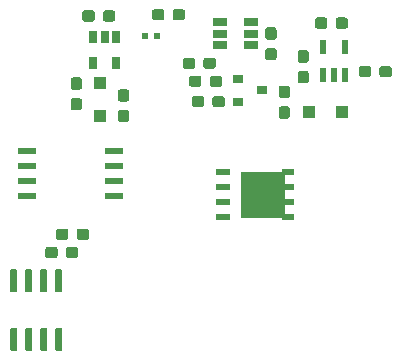
<source format=gbr>
G04 #@! TF.GenerationSoftware,KiCad,Pcbnew,(5.1.5)-3*
G04 #@! TF.CreationDate,2020-04-24T14:35:50-04:00*
G04 #@! TF.ProjectId,CR2025_Nordic,43523230-3235-45f4-9e6f-726469632e6b,rev?*
G04 #@! TF.SameCoordinates,Original*
G04 #@! TF.FileFunction,Paste,Top*
G04 #@! TF.FilePolarity,Positive*
%FSLAX46Y46*%
G04 Gerber Fmt 4.6, Leading zero omitted, Abs format (unit mm)*
G04 Created by KiCad (PCBNEW (5.1.5)-3) date 2020-04-24 14:35:50*
%MOMM*%
%LPD*%
G04 APERTURE LIST*
%ADD10R,0.599999X0.499999*%
%ADD11C,0.100000*%
%ADD12R,3.810000X3.910000*%
%ADD13R,1.020000X0.610000*%
%ADD14R,1.270000X0.610000*%
%ADD15R,1.524000X0.558800*%
%ADD16R,1.100000X1.100000*%
%ADD17R,0.650000X1.060000*%
%ADD18R,0.550000X1.240000*%
%ADD19R,1.220000X0.650000*%
%ADD20R,0.900000X0.800000*%
G04 APERTURE END LIST*
D10*
X141990699Y-76555600D03*
X140990701Y-76555600D03*
D11*
G36*
X145041279Y-78418544D02*
G01*
X145064334Y-78421963D01*
X145086943Y-78427627D01*
X145108887Y-78435479D01*
X145129957Y-78445444D01*
X145149948Y-78457426D01*
X145168668Y-78471310D01*
X145185938Y-78486962D01*
X145201590Y-78504232D01*
X145215474Y-78522952D01*
X145227456Y-78542943D01*
X145237421Y-78564013D01*
X145245273Y-78585957D01*
X145250937Y-78608566D01*
X145254356Y-78631621D01*
X145255500Y-78654900D01*
X145255500Y-79129900D01*
X145254356Y-79153179D01*
X145250937Y-79176234D01*
X145245273Y-79198843D01*
X145237421Y-79220787D01*
X145227456Y-79241857D01*
X145215474Y-79261848D01*
X145201590Y-79280568D01*
X145185938Y-79297838D01*
X145168668Y-79313490D01*
X145149948Y-79327374D01*
X145129957Y-79339356D01*
X145108887Y-79349321D01*
X145086943Y-79357173D01*
X145064334Y-79362837D01*
X145041279Y-79366256D01*
X145018000Y-79367400D01*
X144443000Y-79367400D01*
X144419721Y-79366256D01*
X144396666Y-79362837D01*
X144374057Y-79357173D01*
X144352113Y-79349321D01*
X144331043Y-79339356D01*
X144311052Y-79327374D01*
X144292332Y-79313490D01*
X144275062Y-79297838D01*
X144259410Y-79280568D01*
X144245526Y-79261848D01*
X144233544Y-79241857D01*
X144223579Y-79220787D01*
X144215727Y-79198843D01*
X144210063Y-79176234D01*
X144206644Y-79153179D01*
X144205500Y-79129900D01*
X144205500Y-78654900D01*
X144206644Y-78631621D01*
X144210063Y-78608566D01*
X144215727Y-78585957D01*
X144223579Y-78564013D01*
X144233544Y-78542943D01*
X144245526Y-78522952D01*
X144259410Y-78504232D01*
X144275062Y-78486962D01*
X144292332Y-78471310D01*
X144311052Y-78457426D01*
X144331043Y-78445444D01*
X144352113Y-78435479D01*
X144374057Y-78427627D01*
X144396666Y-78421963D01*
X144419721Y-78418544D01*
X144443000Y-78417400D01*
X145018000Y-78417400D01*
X145041279Y-78418544D01*
G37*
G36*
X146791279Y-78418544D02*
G01*
X146814334Y-78421963D01*
X146836943Y-78427627D01*
X146858887Y-78435479D01*
X146879957Y-78445444D01*
X146899948Y-78457426D01*
X146918668Y-78471310D01*
X146935938Y-78486962D01*
X146951590Y-78504232D01*
X146965474Y-78522952D01*
X146977456Y-78542943D01*
X146987421Y-78564013D01*
X146995273Y-78585957D01*
X147000937Y-78608566D01*
X147004356Y-78631621D01*
X147005500Y-78654900D01*
X147005500Y-79129900D01*
X147004356Y-79153179D01*
X147000937Y-79176234D01*
X146995273Y-79198843D01*
X146987421Y-79220787D01*
X146977456Y-79241857D01*
X146965474Y-79261848D01*
X146951590Y-79280568D01*
X146935938Y-79297838D01*
X146918668Y-79313490D01*
X146899948Y-79327374D01*
X146879957Y-79339356D01*
X146858887Y-79349321D01*
X146836943Y-79357173D01*
X146814334Y-79362837D01*
X146791279Y-79366256D01*
X146768000Y-79367400D01*
X146193000Y-79367400D01*
X146169721Y-79366256D01*
X146146666Y-79362837D01*
X146124057Y-79357173D01*
X146102113Y-79349321D01*
X146081043Y-79339356D01*
X146061052Y-79327374D01*
X146042332Y-79313490D01*
X146025062Y-79297838D01*
X146009410Y-79280568D01*
X145995526Y-79261848D01*
X145983544Y-79241857D01*
X145973579Y-79220787D01*
X145965727Y-79198843D01*
X145960063Y-79176234D01*
X145956644Y-79153179D01*
X145955500Y-79129900D01*
X145955500Y-78654900D01*
X145956644Y-78631621D01*
X145960063Y-78608566D01*
X145965727Y-78585957D01*
X145973579Y-78564013D01*
X145983544Y-78542943D01*
X145995526Y-78522952D01*
X146009410Y-78504232D01*
X146025062Y-78486962D01*
X146042332Y-78471310D01*
X146061052Y-78457426D01*
X146081043Y-78445444D01*
X146102113Y-78435479D01*
X146124057Y-78427627D01*
X146146666Y-78421963D01*
X146169721Y-78418544D01*
X146193000Y-78417400D01*
X146768000Y-78417400D01*
X146791279Y-78418544D01*
G37*
D12*
X150994500Y-90030300D03*
D13*
X153099500Y-88125300D03*
X153099500Y-89395300D03*
X153099500Y-90665300D03*
X153099500Y-91935300D03*
D14*
X147634500Y-91935300D03*
X147634500Y-90665300D03*
X147634500Y-89395300D03*
X147634500Y-88125300D03*
D15*
X138344900Y-86295000D03*
X138344900Y-87565000D03*
X138344900Y-88835000D03*
X138344900Y-90105000D03*
X131055100Y-90105000D03*
X131055100Y-88835000D03*
X131055100Y-87565000D03*
X131055100Y-86295000D03*
D16*
X157724300Y-83045300D03*
X154924300Y-83045300D03*
D11*
G36*
X151936879Y-75855244D02*
G01*
X151959934Y-75858663D01*
X151982543Y-75864327D01*
X152004487Y-75872179D01*
X152025557Y-75882144D01*
X152045548Y-75894126D01*
X152064268Y-75908010D01*
X152081538Y-75923662D01*
X152097190Y-75940932D01*
X152111074Y-75959652D01*
X152123056Y-75979643D01*
X152133021Y-76000713D01*
X152140873Y-76022657D01*
X152146537Y-76045266D01*
X152149956Y-76068321D01*
X152151100Y-76091600D01*
X152151100Y-76666600D01*
X152149956Y-76689879D01*
X152146537Y-76712934D01*
X152140873Y-76735543D01*
X152133021Y-76757487D01*
X152123056Y-76778557D01*
X152111074Y-76798548D01*
X152097190Y-76817268D01*
X152081538Y-76834538D01*
X152064268Y-76850190D01*
X152045548Y-76864074D01*
X152025557Y-76876056D01*
X152004487Y-76886021D01*
X151982543Y-76893873D01*
X151959934Y-76899537D01*
X151936879Y-76902956D01*
X151913600Y-76904100D01*
X151438600Y-76904100D01*
X151415321Y-76902956D01*
X151392266Y-76899537D01*
X151369657Y-76893873D01*
X151347713Y-76886021D01*
X151326643Y-76876056D01*
X151306652Y-76864074D01*
X151287932Y-76850190D01*
X151270662Y-76834538D01*
X151255010Y-76817268D01*
X151241126Y-76798548D01*
X151229144Y-76778557D01*
X151219179Y-76757487D01*
X151211327Y-76735543D01*
X151205663Y-76712934D01*
X151202244Y-76689879D01*
X151201100Y-76666600D01*
X151201100Y-76091600D01*
X151202244Y-76068321D01*
X151205663Y-76045266D01*
X151211327Y-76022657D01*
X151219179Y-76000713D01*
X151229144Y-75979643D01*
X151241126Y-75959652D01*
X151255010Y-75940932D01*
X151270662Y-75923662D01*
X151287932Y-75908010D01*
X151306652Y-75894126D01*
X151326643Y-75882144D01*
X151347713Y-75872179D01*
X151369657Y-75864327D01*
X151392266Y-75858663D01*
X151415321Y-75855244D01*
X151438600Y-75854100D01*
X151913600Y-75854100D01*
X151936879Y-75855244D01*
G37*
G36*
X151936879Y-77605244D02*
G01*
X151959934Y-77608663D01*
X151982543Y-77614327D01*
X152004487Y-77622179D01*
X152025557Y-77632144D01*
X152045548Y-77644126D01*
X152064268Y-77658010D01*
X152081538Y-77673662D01*
X152097190Y-77690932D01*
X152111074Y-77709652D01*
X152123056Y-77729643D01*
X152133021Y-77750713D01*
X152140873Y-77772657D01*
X152146537Y-77795266D01*
X152149956Y-77818321D01*
X152151100Y-77841600D01*
X152151100Y-78416600D01*
X152149956Y-78439879D01*
X152146537Y-78462934D01*
X152140873Y-78485543D01*
X152133021Y-78507487D01*
X152123056Y-78528557D01*
X152111074Y-78548548D01*
X152097190Y-78567268D01*
X152081538Y-78584538D01*
X152064268Y-78600190D01*
X152045548Y-78614074D01*
X152025557Y-78626056D01*
X152004487Y-78636021D01*
X151982543Y-78643873D01*
X151959934Y-78649537D01*
X151936879Y-78652956D01*
X151913600Y-78654100D01*
X151438600Y-78654100D01*
X151415321Y-78652956D01*
X151392266Y-78649537D01*
X151369657Y-78643873D01*
X151347713Y-78636021D01*
X151326643Y-78626056D01*
X151306652Y-78614074D01*
X151287932Y-78600190D01*
X151270662Y-78584538D01*
X151255010Y-78567268D01*
X151241126Y-78548548D01*
X151229144Y-78528557D01*
X151219179Y-78507487D01*
X151211327Y-78485543D01*
X151205663Y-78462934D01*
X151202244Y-78439879D01*
X151201100Y-78416600D01*
X151201100Y-77841600D01*
X151202244Y-77818321D01*
X151205663Y-77795266D01*
X151211327Y-77772657D01*
X151219179Y-77750713D01*
X151229144Y-77729643D01*
X151241126Y-77709652D01*
X151255010Y-77690932D01*
X151270662Y-77673662D01*
X151287932Y-77658010D01*
X151306652Y-77644126D01*
X151326643Y-77632144D01*
X151347713Y-77622179D01*
X151369657Y-77614327D01*
X151392266Y-77608663D01*
X151415321Y-77605244D01*
X151438600Y-77604100D01*
X151913600Y-77604100D01*
X151936879Y-77605244D01*
G37*
G36*
X157985779Y-75026144D02*
G01*
X158008834Y-75029563D01*
X158031443Y-75035227D01*
X158053387Y-75043079D01*
X158074457Y-75053044D01*
X158094448Y-75065026D01*
X158113168Y-75078910D01*
X158130438Y-75094562D01*
X158146090Y-75111832D01*
X158159974Y-75130552D01*
X158171956Y-75150543D01*
X158181921Y-75171613D01*
X158189773Y-75193557D01*
X158195437Y-75216166D01*
X158198856Y-75239221D01*
X158200000Y-75262500D01*
X158200000Y-75737500D01*
X158198856Y-75760779D01*
X158195437Y-75783834D01*
X158189773Y-75806443D01*
X158181921Y-75828387D01*
X158171956Y-75849457D01*
X158159974Y-75869448D01*
X158146090Y-75888168D01*
X158130438Y-75905438D01*
X158113168Y-75921090D01*
X158094448Y-75934974D01*
X158074457Y-75946956D01*
X158053387Y-75956921D01*
X158031443Y-75964773D01*
X158008834Y-75970437D01*
X157985779Y-75973856D01*
X157962500Y-75975000D01*
X157387500Y-75975000D01*
X157364221Y-75973856D01*
X157341166Y-75970437D01*
X157318557Y-75964773D01*
X157296613Y-75956921D01*
X157275543Y-75946956D01*
X157255552Y-75934974D01*
X157236832Y-75921090D01*
X157219562Y-75905438D01*
X157203910Y-75888168D01*
X157190026Y-75869448D01*
X157178044Y-75849457D01*
X157168079Y-75828387D01*
X157160227Y-75806443D01*
X157154563Y-75783834D01*
X157151144Y-75760779D01*
X157150000Y-75737500D01*
X157150000Y-75262500D01*
X157151144Y-75239221D01*
X157154563Y-75216166D01*
X157160227Y-75193557D01*
X157168079Y-75171613D01*
X157178044Y-75150543D01*
X157190026Y-75130552D01*
X157203910Y-75111832D01*
X157219562Y-75094562D01*
X157236832Y-75078910D01*
X157255552Y-75065026D01*
X157275543Y-75053044D01*
X157296613Y-75043079D01*
X157318557Y-75035227D01*
X157341166Y-75029563D01*
X157364221Y-75026144D01*
X157387500Y-75025000D01*
X157962500Y-75025000D01*
X157985779Y-75026144D01*
G37*
G36*
X156235779Y-75026144D02*
G01*
X156258834Y-75029563D01*
X156281443Y-75035227D01*
X156303387Y-75043079D01*
X156324457Y-75053044D01*
X156344448Y-75065026D01*
X156363168Y-75078910D01*
X156380438Y-75094562D01*
X156396090Y-75111832D01*
X156409974Y-75130552D01*
X156421956Y-75150543D01*
X156431921Y-75171613D01*
X156439773Y-75193557D01*
X156445437Y-75216166D01*
X156448856Y-75239221D01*
X156450000Y-75262500D01*
X156450000Y-75737500D01*
X156448856Y-75760779D01*
X156445437Y-75783834D01*
X156439773Y-75806443D01*
X156431921Y-75828387D01*
X156421956Y-75849457D01*
X156409974Y-75869448D01*
X156396090Y-75888168D01*
X156380438Y-75905438D01*
X156363168Y-75921090D01*
X156344448Y-75934974D01*
X156324457Y-75946956D01*
X156303387Y-75956921D01*
X156281443Y-75964773D01*
X156258834Y-75970437D01*
X156235779Y-75973856D01*
X156212500Y-75975000D01*
X155637500Y-75975000D01*
X155614221Y-75973856D01*
X155591166Y-75970437D01*
X155568557Y-75964773D01*
X155546613Y-75956921D01*
X155525543Y-75946956D01*
X155505552Y-75934974D01*
X155486832Y-75921090D01*
X155469562Y-75905438D01*
X155453910Y-75888168D01*
X155440026Y-75869448D01*
X155428044Y-75849457D01*
X155418079Y-75828387D01*
X155410227Y-75806443D01*
X155404563Y-75783834D01*
X155401144Y-75760779D01*
X155400000Y-75737500D01*
X155400000Y-75262500D01*
X155401144Y-75239221D01*
X155404563Y-75216166D01*
X155410227Y-75193557D01*
X155418079Y-75171613D01*
X155428044Y-75150543D01*
X155440026Y-75130552D01*
X155453910Y-75111832D01*
X155469562Y-75094562D01*
X155486832Y-75078910D01*
X155505552Y-75065026D01*
X155525543Y-75053044D01*
X155546613Y-75043079D01*
X155568557Y-75035227D01*
X155591166Y-75029563D01*
X155614221Y-75026144D01*
X155637500Y-75025000D01*
X156212500Y-75025000D01*
X156235779Y-75026144D01*
G37*
G36*
X133395379Y-94445944D02*
G01*
X133418434Y-94449363D01*
X133441043Y-94455027D01*
X133462987Y-94462879D01*
X133484057Y-94472844D01*
X133504048Y-94484826D01*
X133522768Y-94498710D01*
X133540038Y-94514362D01*
X133555690Y-94531632D01*
X133569574Y-94550352D01*
X133581556Y-94570343D01*
X133591521Y-94591413D01*
X133599373Y-94613357D01*
X133605037Y-94635966D01*
X133608456Y-94659021D01*
X133609600Y-94682300D01*
X133609600Y-95157300D01*
X133608456Y-95180579D01*
X133605037Y-95203634D01*
X133599373Y-95226243D01*
X133591521Y-95248187D01*
X133581556Y-95269257D01*
X133569574Y-95289248D01*
X133555690Y-95307968D01*
X133540038Y-95325238D01*
X133522768Y-95340890D01*
X133504048Y-95354774D01*
X133484057Y-95366756D01*
X133462987Y-95376721D01*
X133441043Y-95384573D01*
X133418434Y-95390237D01*
X133395379Y-95393656D01*
X133372100Y-95394800D01*
X132797100Y-95394800D01*
X132773821Y-95393656D01*
X132750766Y-95390237D01*
X132728157Y-95384573D01*
X132706213Y-95376721D01*
X132685143Y-95366756D01*
X132665152Y-95354774D01*
X132646432Y-95340890D01*
X132629162Y-95325238D01*
X132613510Y-95307968D01*
X132599626Y-95289248D01*
X132587644Y-95269257D01*
X132577679Y-95248187D01*
X132569827Y-95226243D01*
X132564163Y-95203634D01*
X132560744Y-95180579D01*
X132559600Y-95157300D01*
X132559600Y-94682300D01*
X132560744Y-94659021D01*
X132564163Y-94635966D01*
X132569827Y-94613357D01*
X132577679Y-94591413D01*
X132587644Y-94570343D01*
X132599626Y-94550352D01*
X132613510Y-94531632D01*
X132629162Y-94514362D01*
X132646432Y-94498710D01*
X132665152Y-94484826D01*
X132685143Y-94472844D01*
X132706213Y-94462879D01*
X132728157Y-94455027D01*
X132750766Y-94449363D01*
X132773821Y-94445944D01*
X132797100Y-94444800D01*
X133372100Y-94444800D01*
X133395379Y-94445944D01*
G37*
G36*
X135145379Y-94445944D02*
G01*
X135168434Y-94449363D01*
X135191043Y-94455027D01*
X135212987Y-94462879D01*
X135234057Y-94472844D01*
X135254048Y-94484826D01*
X135272768Y-94498710D01*
X135290038Y-94514362D01*
X135305690Y-94531632D01*
X135319574Y-94550352D01*
X135331556Y-94570343D01*
X135341521Y-94591413D01*
X135349373Y-94613357D01*
X135355037Y-94635966D01*
X135358456Y-94659021D01*
X135359600Y-94682300D01*
X135359600Y-95157300D01*
X135358456Y-95180579D01*
X135355037Y-95203634D01*
X135349373Y-95226243D01*
X135341521Y-95248187D01*
X135331556Y-95269257D01*
X135319574Y-95289248D01*
X135305690Y-95307968D01*
X135290038Y-95325238D01*
X135272768Y-95340890D01*
X135254048Y-95354774D01*
X135234057Y-95366756D01*
X135212987Y-95376721D01*
X135191043Y-95384573D01*
X135168434Y-95390237D01*
X135145379Y-95393656D01*
X135122100Y-95394800D01*
X134547100Y-95394800D01*
X134523821Y-95393656D01*
X134500766Y-95390237D01*
X134478157Y-95384573D01*
X134456213Y-95376721D01*
X134435143Y-95366756D01*
X134415152Y-95354774D01*
X134396432Y-95340890D01*
X134379162Y-95325238D01*
X134363510Y-95307968D01*
X134349626Y-95289248D01*
X134337644Y-95269257D01*
X134327679Y-95248187D01*
X134319827Y-95226243D01*
X134314163Y-95203634D01*
X134310744Y-95180579D01*
X134309600Y-95157300D01*
X134309600Y-94682300D01*
X134310744Y-94659021D01*
X134314163Y-94635966D01*
X134319827Y-94613357D01*
X134327679Y-94591413D01*
X134337644Y-94570343D01*
X134349626Y-94550352D01*
X134363510Y-94531632D01*
X134379162Y-94514362D01*
X134396432Y-94498710D01*
X134415152Y-94484826D01*
X134435143Y-94472844D01*
X134456213Y-94462879D01*
X134478157Y-94455027D01*
X134500766Y-94449363D01*
X134523821Y-94445944D01*
X134547100Y-94444800D01*
X135122100Y-94444800D01*
X135145379Y-94445944D01*
G37*
G36*
X134309779Y-92896544D02*
G01*
X134332834Y-92899963D01*
X134355443Y-92905627D01*
X134377387Y-92913479D01*
X134398457Y-92923444D01*
X134418448Y-92935426D01*
X134437168Y-92949310D01*
X134454438Y-92964962D01*
X134470090Y-92982232D01*
X134483974Y-93000952D01*
X134495956Y-93020943D01*
X134505921Y-93042013D01*
X134513773Y-93063957D01*
X134519437Y-93086566D01*
X134522856Y-93109621D01*
X134524000Y-93132900D01*
X134524000Y-93607900D01*
X134522856Y-93631179D01*
X134519437Y-93654234D01*
X134513773Y-93676843D01*
X134505921Y-93698787D01*
X134495956Y-93719857D01*
X134483974Y-93739848D01*
X134470090Y-93758568D01*
X134454438Y-93775838D01*
X134437168Y-93791490D01*
X134418448Y-93805374D01*
X134398457Y-93817356D01*
X134377387Y-93827321D01*
X134355443Y-93835173D01*
X134332834Y-93840837D01*
X134309779Y-93844256D01*
X134286500Y-93845400D01*
X133711500Y-93845400D01*
X133688221Y-93844256D01*
X133665166Y-93840837D01*
X133642557Y-93835173D01*
X133620613Y-93827321D01*
X133599543Y-93817356D01*
X133579552Y-93805374D01*
X133560832Y-93791490D01*
X133543562Y-93775838D01*
X133527910Y-93758568D01*
X133514026Y-93739848D01*
X133502044Y-93719857D01*
X133492079Y-93698787D01*
X133484227Y-93676843D01*
X133478563Y-93654234D01*
X133475144Y-93631179D01*
X133474000Y-93607900D01*
X133474000Y-93132900D01*
X133475144Y-93109621D01*
X133478563Y-93086566D01*
X133484227Y-93063957D01*
X133492079Y-93042013D01*
X133502044Y-93020943D01*
X133514026Y-93000952D01*
X133527910Y-92982232D01*
X133543562Y-92964962D01*
X133560832Y-92949310D01*
X133579552Y-92935426D01*
X133599543Y-92923444D01*
X133620613Y-92913479D01*
X133642557Y-92905627D01*
X133665166Y-92899963D01*
X133688221Y-92896544D01*
X133711500Y-92895400D01*
X134286500Y-92895400D01*
X134309779Y-92896544D01*
G37*
G36*
X136059779Y-92896544D02*
G01*
X136082834Y-92899963D01*
X136105443Y-92905627D01*
X136127387Y-92913479D01*
X136148457Y-92923444D01*
X136168448Y-92935426D01*
X136187168Y-92949310D01*
X136204438Y-92964962D01*
X136220090Y-92982232D01*
X136233974Y-93000952D01*
X136245956Y-93020943D01*
X136255921Y-93042013D01*
X136263773Y-93063957D01*
X136269437Y-93086566D01*
X136272856Y-93109621D01*
X136274000Y-93132900D01*
X136274000Y-93607900D01*
X136272856Y-93631179D01*
X136269437Y-93654234D01*
X136263773Y-93676843D01*
X136255921Y-93698787D01*
X136245956Y-93719857D01*
X136233974Y-93739848D01*
X136220090Y-93758568D01*
X136204438Y-93775838D01*
X136187168Y-93791490D01*
X136168448Y-93805374D01*
X136148457Y-93817356D01*
X136127387Y-93827321D01*
X136105443Y-93835173D01*
X136082834Y-93840837D01*
X136059779Y-93844256D01*
X136036500Y-93845400D01*
X135461500Y-93845400D01*
X135438221Y-93844256D01*
X135415166Y-93840837D01*
X135392557Y-93835173D01*
X135370613Y-93827321D01*
X135349543Y-93817356D01*
X135329552Y-93805374D01*
X135310832Y-93791490D01*
X135293562Y-93775838D01*
X135277910Y-93758568D01*
X135264026Y-93739848D01*
X135252044Y-93719857D01*
X135242079Y-93698787D01*
X135234227Y-93676843D01*
X135228563Y-93654234D01*
X135225144Y-93631179D01*
X135224000Y-93607900D01*
X135224000Y-93132900D01*
X135225144Y-93109621D01*
X135228563Y-93086566D01*
X135234227Y-93063957D01*
X135242079Y-93042013D01*
X135252044Y-93020943D01*
X135264026Y-93000952D01*
X135277910Y-92982232D01*
X135293562Y-92964962D01*
X135310832Y-92949310D01*
X135329552Y-92935426D01*
X135349543Y-92923444D01*
X135370613Y-92913479D01*
X135392557Y-92905627D01*
X135415166Y-92899963D01*
X135438221Y-92896544D01*
X135461500Y-92895400D01*
X136036500Y-92895400D01*
X136059779Y-92896544D01*
G37*
G36*
X130059703Y-96350722D02*
G01*
X130074264Y-96352882D01*
X130088543Y-96356459D01*
X130102403Y-96361418D01*
X130115710Y-96367712D01*
X130128336Y-96375280D01*
X130140159Y-96384048D01*
X130151066Y-96393934D01*
X130160952Y-96404841D01*
X130169720Y-96416664D01*
X130177288Y-96429290D01*
X130183582Y-96442597D01*
X130188541Y-96456457D01*
X130192118Y-96470736D01*
X130194278Y-96485297D01*
X130195000Y-96500000D01*
X130195000Y-98150000D01*
X130194278Y-98164703D01*
X130192118Y-98179264D01*
X130188541Y-98193543D01*
X130183582Y-98207403D01*
X130177288Y-98220710D01*
X130169720Y-98233336D01*
X130160952Y-98245159D01*
X130151066Y-98256066D01*
X130140159Y-98265952D01*
X130128336Y-98274720D01*
X130115710Y-98282288D01*
X130102403Y-98288582D01*
X130088543Y-98293541D01*
X130074264Y-98297118D01*
X130059703Y-98299278D01*
X130045000Y-98300000D01*
X129745000Y-98300000D01*
X129730297Y-98299278D01*
X129715736Y-98297118D01*
X129701457Y-98293541D01*
X129687597Y-98288582D01*
X129674290Y-98282288D01*
X129661664Y-98274720D01*
X129649841Y-98265952D01*
X129638934Y-98256066D01*
X129629048Y-98245159D01*
X129620280Y-98233336D01*
X129612712Y-98220710D01*
X129606418Y-98207403D01*
X129601459Y-98193543D01*
X129597882Y-98179264D01*
X129595722Y-98164703D01*
X129595000Y-98150000D01*
X129595000Y-96500000D01*
X129595722Y-96485297D01*
X129597882Y-96470736D01*
X129601459Y-96456457D01*
X129606418Y-96442597D01*
X129612712Y-96429290D01*
X129620280Y-96416664D01*
X129629048Y-96404841D01*
X129638934Y-96393934D01*
X129649841Y-96384048D01*
X129661664Y-96375280D01*
X129674290Y-96367712D01*
X129687597Y-96361418D01*
X129701457Y-96356459D01*
X129715736Y-96352882D01*
X129730297Y-96350722D01*
X129745000Y-96350000D01*
X130045000Y-96350000D01*
X130059703Y-96350722D01*
G37*
G36*
X131329703Y-96350722D02*
G01*
X131344264Y-96352882D01*
X131358543Y-96356459D01*
X131372403Y-96361418D01*
X131385710Y-96367712D01*
X131398336Y-96375280D01*
X131410159Y-96384048D01*
X131421066Y-96393934D01*
X131430952Y-96404841D01*
X131439720Y-96416664D01*
X131447288Y-96429290D01*
X131453582Y-96442597D01*
X131458541Y-96456457D01*
X131462118Y-96470736D01*
X131464278Y-96485297D01*
X131465000Y-96500000D01*
X131465000Y-98150000D01*
X131464278Y-98164703D01*
X131462118Y-98179264D01*
X131458541Y-98193543D01*
X131453582Y-98207403D01*
X131447288Y-98220710D01*
X131439720Y-98233336D01*
X131430952Y-98245159D01*
X131421066Y-98256066D01*
X131410159Y-98265952D01*
X131398336Y-98274720D01*
X131385710Y-98282288D01*
X131372403Y-98288582D01*
X131358543Y-98293541D01*
X131344264Y-98297118D01*
X131329703Y-98299278D01*
X131315000Y-98300000D01*
X131015000Y-98300000D01*
X131000297Y-98299278D01*
X130985736Y-98297118D01*
X130971457Y-98293541D01*
X130957597Y-98288582D01*
X130944290Y-98282288D01*
X130931664Y-98274720D01*
X130919841Y-98265952D01*
X130908934Y-98256066D01*
X130899048Y-98245159D01*
X130890280Y-98233336D01*
X130882712Y-98220710D01*
X130876418Y-98207403D01*
X130871459Y-98193543D01*
X130867882Y-98179264D01*
X130865722Y-98164703D01*
X130865000Y-98150000D01*
X130865000Y-96500000D01*
X130865722Y-96485297D01*
X130867882Y-96470736D01*
X130871459Y-96456457D01*
X130876418Y-96442597D01*
X130882712Y-96429290D01*
X130890280Y-96416664D01*
X130899048Y-96404841D01*
X130908934Y-96393934D01*
X130919841Y-96384048D01*
X130931664Y-96375280D01*
X130944290Y-96367712D01*
X130957597Y-96361418D01*
X130971457Y-96356459D01*
X130985736Y-96352882D01*
X131000297Y-96350722D01*
X131015000Y-96350000D01*
X131315000Y-96350000D01*
X131329703Y-96350722D01*
G37*
G36*
X132599703Y-96350722D02*
G01*
X132614264Y-96352882D01*
X132628543Y-96356459D01*
X132642403Y-96361418D01*
X132655710Y-96367712D01*
X132668336Y-96375280D01*
X132680159Y-96384048D01*
X132691066Y-96393934D01*
X132700952Y-96404841D01*
X132709720Y-96416664D01*
X132717288Y-96429290D01*
X132723582Y-96442597D01*
X132728541Y-96456457D01*
X132732118Y-96470736D01*
X132734278Y-96485297D01*
X132735000Y-96500000D01*
X132735000Y-98150000D01*
X132734278Y-98164703D01*
X132732118Y-98179264D01*
X132728541Y-98193543D01*
X132723582Y-98207403D01*
X132717288Y-98220710D01*
X132709720Y-98233336D01*
X132700952Y-98245159D01*
X132691066Y-98256066D01*
X132680159Y-98265952D01*
X132668336Y-98274720D01*
X132655710Y-98282288D01*
X132642403Y-98288582D01*
X132628543Y-98293541D01*
X132614264Y-98297118D01*
X132599703Y-98299278D01*
X132585000Y-98300000D01*
X132285000Y-98300000D01*
X132270297Y-98299278D01*
X132255736Y-98297118D01*
X132241457Y-98293541D01*
X132227597Y-98288582D01*
X132214290Y-98282288D01*
X132201664Y-98274720D01*
X132189841Y-98265952D01*
X132178934Y-98256066D01*
X132169048Y-98245159D01*
X132160280Y-98233336D01*
X132152712Y-98220710D01*
X132146418Y-98207403D01*
X132141459Y-98193543D01*
X132137882Y-98179264D01*
X132135722Y-98164703D01*
X132135000Y-98150000D01*
X132135000Y-96500000D01*
X132135722Y-96485297D01*
X132137882Y-96470736D01*
X132141459Y-96456457D01*
X132146418Y-96442597D01*
X132152712Y-96429290D01*
X132160280Y-96416664D01*
X132169048Y-96404841D01*
X132178934Y-96393934D01*
X132189841Y-96384048D01*
X132201664Y-96375280D01*
X132214290Y-96367712D01*
X132227597Y-96361418D01*
X132241457Y-96356459D01*
X132255736Y-96352882D01*
X132270297Y-96350722D01*
X132285000Y-96350000D01*
X132585000Y-96350000D01*
X132599703Y-96350722D01*
G37*
G36*
X133869703Y-96350722D02*
G01*
X133884264Y-96352882D01*
X133898543Y-96356459D01*
X133912403Y-96361418D01*
X133925710Y-96367712D01*
X133938336Y-96375280D01*
X133950159Y-96384048D01*
X133961066Y-96393934D01*
X133970952Y-96404841D01*
X133979720Y-96416664D01*
X133987288Y-96429290D01*
X133993582Y-96442597D01*
X133998541Y-96456457D01*
X134002118Y-96470736D01*
X134004278Y-96485297D01*
X134005000Y-96500000D01*
X134005000Y-98150000D01*
X134004278Y-98164703D01*
X134002118Y-98179264D01*
X133998541Y-98193543D01*
X133993582Y-98207403D01*
X133987288Y-98220710D01*
X133979720Y-98233336D01*
X133970952Y-98245159D01*
X133961066Y-98256066D01*
X133950159Y-98265952D01*
X133938336Y-98274720D01*
X133925710Y-98282288D01*
X133912403Y-98288582D01*
X133898543Y-98293541D01*
X133884264Y-98297118D01*
X133869703Y-98299278D01*
X133855000Y-98300000D01*
X133555000Y-98300000D01*
X133540297Y-98299278D01*
X133525736Y-98297118D01*
X133511457Y-98293541D01*
X133497597Y-98288582D01*
X133484290Y-98282288D01*
X133471664Y-98274720D01*
X133459841Y-98265952D01*
X133448934Y-98256066D01*
X133439048Y-98245159D01*
X133430280Y-98233336D01*
X133422712Y-98220710D01*
X133416418Y-98207403D01*
X133411459Y-98193543D01*
X133407882Y-98179264D01*
X133405722Y-98164703D01*
X133405000Y-98150000D01*
X133405000Y-96500000D01*
X133405722Y-96485297D01*
X133407882Y-96470736D01*
X133411459Y-96456457D01*
X133416418Y-96442597D01*
X133422712Y-96429290D01*
X133430280Y-96416664D01*
X133439048Y-96404841D01*
X133448934Y-96393934D01*
X133459841Y-96384048D01*
X133471664Y-96375280D01*
X133484290Y-96367712D01*
X133497597Y-96361418D01*
X133511457Y-96356459D01*
X133525736Y-96352882D01*
X133540297Y-96350722D01*
X133555000Y-96350000D01*
X133855000Y-96350000D01*
X133869703Y-96350722D01*
G37*
G36*
X133869703Y-101300722D02*
G01*
X133884264Y-101302882D01*
X133898543Y-101306459D01*
X133912403Y-101311418D01*
X133925710Y-101317712D01*
X133938336Y-101325280D01*
X133950159Y-101334048D01*
X133961066Y-101343934D01*
X133970952Y-101354841D01*
X133979720Y-101366664D01*
X133987288Y-101379290D01*
X133993582Y-101392597D01*
X133998541Y-101406457D01*
X134002118Y-101420736D01*
X134004278Y-101435297D01*
X134005000Y-101450000D01*
X134005000Y-103100000D01*
X134004278Y-103114703D01*
X134002118Y-103129264D01*
X133998541Y-103143543D01*
X133993582Y-103157403D01*
X133987288Y-103170710D01*
X133979720Y-103183336D01*
X133970952Y-103195159D01*
X133961066Y-103206066D01*
X133950159Y-103215952D01*
X133938336Y-103224720D01*
X133925710Y-103232288D01*
X133912403Y-103238582D01*
X133898543Y-103243541D01*
X133884264Y-103247118D01*
X133869703Y-103249278D01*
X133855000Y-103250000D01*
X133555000Y-103250000D01*
X133540297Y-103249278D01*
X133525736Y-103247118D01*
X133511457Y-103243541D01*
X133497597Y-103238582D01*
X133484290Y-103232288D01*
X133471664Y-103224720D01*
X133459841Y-103215952D01*
X133448934Y-103206066D01*
X133439048Y-103195159D01*
X133430280Y-103183336D01*
X133422712Y-103170710D01*
X133416418Y-103157403D01*
X133411459Y-103143543D01*
X133407882Y-103129264D01*
X133405722Y-103114703D01*
X133405000Y-103100000D01*
X133405000Y-101450000D01*
X133405722Y-101435297D01*
X133407882Y-101420736D01*
X133411459Y-101406457D01*
X133416418Y-101392597D01*
X133422712Y-101379290D01*
X133430280Y-101366664D01*
X133439048Y-101354841D01*
X133448934Y-101343934D01*
X133459841Y-101334048D01*
X133471664Y-101325280D01*
X133484290Y-101317712D01*
X133497597Y-101311418D01*
X133511457Y-101306459D01*
X133525736Y-101302882D01*
X133540297Y-101300722D01*
X133555000Y-101300000D01*
X133855000Y-101300000D01*
X133869703Y-101300722D01*
G37*
G36*
X132599703Y-101300722D02*
G01*
X132614264Y-101302882D01*
X132628543Y-101306459D01*
X132642403Y-101311418D01*
X132655710Y-101317712D01*
X132668336Y-101325280D01*
X132680159Y-101334048D01*
X132691066Y-101343934D01*
X132700952Y-101354841D01*
X132709720Y-101366664D01*
X132717288Y-101379290D01*
X132723582Y-101392597D01*
X132728541Y-101406457D01*
X132732118Y-101420736D01*
X132734278Y-101435297D01*
X132735000Y-101450000D01*
X132735000Y-103100000D01*
X132734278Y-103114703D01*
X132732118Y-103129264D01*
X132728541Y-103143543D01*
X132723582Y-103157403D01*
X132717288Y-103170710D01*
X132709720Y-103183336D01*
X132700952Y-103195159D01*
X132691066Y-103206066D01*
X132680159Y-103215952D01*
X132668336Y-103224720D01*
X132655710Y-103232288D01*
X132642403Y-103238582D01*
X132628543Y-103243541D01*
X132614264Y-103247118D01*
X132599703Y-103249278D01*
X132585000Y-103250000D01*
X132285000Y-103250000D01*
X132270297Y-103249278D01*
X132255736Y-103247118D01*
X132241457Y-103243541D01*
X132227597Y-103238582D01*
X132214290Y-103232288D01*
X132201664Y-103224720D01*
X132189841Y-103215952D01*
X132178934Y-103206066D01*
X132169048Y-103195159D01*
X132160280Y-103183336D01*
X132152712Y-103170710D01*
X132146418Y-103157403D01*
X132141459Y-103143543D01*
X132137882Y-103129264D01*
X132135722Y-103114703D01*
X132135000Y-103100000D01*
X132135000Y-101450000D01*
X132135722Y-101435297D01*
X132137882Y-101420736D01*
X132141459Y-101406457D01*
X132146418Y-101392597D01*
X132152712Y-101379290D01*
X132160280Y-101366664D01*
X132169048Y-101354841D01*
X132178934Y-101343934D01*
X132189841Y-101334048D01*
X132201664Y-101325280D01*
X132214290Y-101317712D01*
X132227597Y-101311418D01*
X132241457Y-101306459D01*
X132255736Y-101302882D01*
X132270297Y-101300722D01*
X132285000Y-101300000D01*
X132585000Y-101300000D01*
X132599703Y-101300722D01*
G37*
G36*
X131329703Y-101300722D02*
G01*
X131344264Y-101302882D01*
X131358543Y-101306459D01*
X131372403Y-101311418D01*
X131385710Y-101317712D01*
X131398336Y-101325280D01*
X131410159Y-101334048D01*
X131421066Y-101343934D01*
X131430952Y-101354841D01*
X131439720Y-101366664D01*
X131447288Y-101379290D01*
X131453582Y-101392597D01*
X131458541Y-101406457D01*
X131462118Y-101420736D01*
X131464278Y-101435297D01*
X131465000Y-101450000D01*
X131465000Y-103100000D01*
X131464278Y-103114703D01*
X131462118Y-103129264D01*
X131458541Y-103143543D01*
X131453582Y-103157403D01*
X131447288Y-103170710D01*
X131439720Y-103183336D01*
X131430952Y-103195159D01*
X131421066Y-103206066D01*
X131410159Y-103215952D01*
X131398336Y-103224720D01*
X131385710Y-103232288D01*
X131372403Y-103238582D01*
X131358543Y-103243541D01*
X131344264Y-103247118D01*
X131329703Y-103249278D01*
X131315000Y-103250000D01*
X131015000Y-103250000D01*
X131000297Y-103249278D01*
X130985736Y-103247118D01*
X130971457Y-103243541D01*
X130957597Y-103238582D01*
X130944290Y-103232288D01*
X130931664Y-103224720D01*
X130919841Y-103215952D01*
X130908934Y-103206066D01*
X130899048Y-103195159D01*
X130890280Y-103183336D01*
X130882712Y-103170710D01*
X130876418Y-103157403D01*
X130871459Y-103143543D01*
X130867882Y-103129264D01*
X130865722Y-103114703D01*
X130865000Y-103100000D01*
X130865000Y-101450000D01*
X130865722Y-101435297D01*
X130867882Y-101420736D01*
X130871459Y-101406457D01*
X130876418Y-101392597D01*
X130882712Y-101379290D01*
X130890280Y-101366664D01*
X130899048Y-101354841D01*
X130908934Y-101343934D01*
X130919841Y-101334048D01*
X130931664Y-101325280D01*
X130944290Y-101317712D01*
X130957597Y-101311418D01*
X130971457Y-101306459D01*
X130985736Y-101302882D01*
X131000297Y-101300722D01*
X131015000Y-101300000D01*
X131315000Y-101300000D01*
X131329703Y-101300722D01*
G37*
G36*
X130059703Y-101300722D02*
G01*
X130074264Y-101302882D01*
X130088543Y-101306459D01*
X130102403Y-101311418D01*
X130115710Y-101317712D01*
X130128336Y-101325280D01*
X130140159Y-101334048D01*
X130151066Y-101343934D01*
X130160952Y-101354841D01*
X130169720Y-101366664D01*
X130177288Y-101379290D01*
X130183582Y-101392597D01*
X130188541Y-101406457D01*
X130192118Y-101420736D01*
X130194278Y-101435297D01*
X130195000Y-101450000D01*
X130195000Y-103100000D01*
X130194278Y-103114703D01*
X130192118Y-103129264D01*
X130188541Y-103143543D01*
X130183582Y-103157403D01*
X130177288Y-103170710D01*
X130169720Y-103183336D01*
X130160952Y-103195159D01*
X130151066Y-103206066D01*
X130140159Y-103215952D01*
X130128336Y-103224720D01*
X130115710Y-103232288D01*
X130102403Y-103238582D01*
X130088543Y-103243541D01*
X130074264Y-103247118D01*
X130059703Y-103249278D01*
X130045000Y-103250000D01*
X129745000Y-103250000D01*
X129730297Y-103249278D01*
X129715736Y-103247118D01*
X129701457Y-103243541D01*
X129687597Y-103238582D01*
X129674290Y-103232288D01*
X129661664Y-103224720D01*
X129649841Y-103215952D01*
X129638934Y-103206066D01*
X129629048Y-103195159D01*
X129620280Y-103183336D01*
X129612712Y-103170710D01*
X129606418Y-103157403D01*
X129601459Y-103143543D01*
X129597882Y-103129264D01*
X129595722Y-103114703D01*
X129595000Y-103100000D01*
X129595000Y-101450000D01*
X129595722Y-101435297D01*
X129597882Y-101420736D01*
X129601459Y-101406457D01*
X129606418Y-101392597D01*
X129612712Y-101379290D01*
X129620280Y-101366664D01*
X129629048Y-101354841D01*
X129638934Y-101343934D01*
X129649841Y-101334048D01*
X129661664Y-101325280D01*
X129674290Y-101317712D01*
X129687597Y-101311418D01*
X129701457Y-101306459D01*
X129715736Y-101302882D01*
X129730297Y-101300722D01*
X129745000Y-101300000D01*
X130045000Y-101300000D01*
X130059703Y-101300722D01*
G37*
D17*
X138550000Y-76700000D03*
X137600000Y-76700000D03*
X136650000Y-76700000D03*
X136650000Y-78900000D03*
X138550000Y-78900000D03*
D11*
G36*
X135460779Y-80101144D02*
G01*
X135483834Y-80104563D01*
X135506443Y-80110227D01*
X135528387Y-80118079D01*
X135549457Y-80128044D01*
X135569448Y-80140026D01*
X135588168Y-80153910D01*
X135605438Y-80169562D01*
X135621090Y-80186832D01*
X135634974Y-80205552D01*
X135646956Y-80225543D01*
X135656921Y-80246613D01*
X135664773Y-80268557D01*
X135670437Y-80291166D01*
X135673856Y-80314221D01*
X135675000Y-80337500D01*
X135675000Y-80912500D01*
X135673856Y-80935779D01*
X135670437Y-80958834D01*
X135664773Y-80981443D01*
X135656921Y-81003387D01*
X135646956Y-81024457D01*
X135634974Y-81044448D01*
X135621090Y-81063168D01*
X135605438Y-81080438D01*
X135588168Y-81096090D01*
X135569448Y-81109974D01*
X135549457Y-81121956D01*
X135528387Y-81131921D01*
X135506443Y-81139773D01*
X135483834Y-81145437D01*
X135460779Y-81148856D01*
X135437500Y-81150000D01*
X134962500Y-81150000D01*
X134939221Y-81148856D01*
X134916166Y-81145437D01*
X134893557Y-81139773D01*
X134871613Y-81131921D01*
X134850543Y-81121956D01*
X134830552Y-81109974D01*
X134811832Y-81096090D01*
X134794562Y-81080438D01*
X134778910Y-81063168D01*
X134765026Y-81044448D01*
X134753044Y-81024457D01*
X134743079Y-81003387D01*
X134735227Y-80981443D01*
X134729563Y-80958834D01*
X134726144Y-80935779D01*
X134725000Y-80912500D01*
X134725000Y-80337500D01*
X134726144Y-80314221D01*
X134729563Y-80291166D01*
X134735227Y-80268557D01*
X134743079Y-80246613D01*
X134753044Y-80225543D01*
X134765026Y-80205552D01*
X134778910Y-80186832D01*
X134794562Y-80169562D01*
X134811832Y-80153910D01*
X134830552Y-80140026D01*
X134850543Y-80128044D01*
X134871613Y-80118079D01*
X134893557Y-80110227D01*
X134916166Y-80104563D01*
X134939221Y-80101144D01*
X134962500Y-80100000D01*
X135437500Y-80100000D01*
X135460779Y-80101144D01*
G37*
G36*
X135460779Y-81851144D02*
G01*
X135483834Y-81854563D01*
X135506443Y-81860227D01*
X135528387Y-81868079D01*
X135549457Y-81878044D01*
X135569448Y-81890026D01*
X135588168Y-81903910D01*
X135605438Y-81919562D01*
X135621090Y-81936832D01*
X135634974Y-81955552D01*
X135646956Y-81975543D01*
X135656921Y-81996613D01*
X135664773Y-82018557D01*
X135670437Y-82041166D01*
X135673856Y-82064221D01*
X135675000Y-82087500D01*
X135675000Y-82662500D01*
X135673856Y-82685779D01*
X135670437Y-82708834D01*
X135664773Y-82731443D01*
X135656921Y-82753387D01*
X135646956Y-82774457D01*
X135634974Y-82794448D01*
X135621090Y-82813168D01*
X135605438Y-82830438D01*
X135588168Y-82846090D01*
X135569448Y-82859974D01*
X135549457Y-82871956D01*
X135528387Y-82881921D01*
X135506443Y-82889773D01*
X135483834Y-82895437D01*
X135460779Y-82898856D01*
X135437500Y-82900000D01*
X134962500Y-82900000D01*
X134939221Y-82898856D01*
X134916166Y-82895437D01*
X134893557Y-82889773D01*
X134871613Y-82881921D01*
X134850543Y-82871956D01*
X134830552Y-82859974D01*
X134811832Y-82846090D01*
X134794562Y-82830438D01*
X134778910Y-82813168D01*
X134765026Y-82794448D01*
X134753044Y-82774457D01*
X134743079Y-82753387D01*
X134735227Y-82731443D01*
X134729563Y-82708834D01*
X134726144Y-82685779D01*
X134725000Y-82662500D01*
X134725000Y-82087500D01*
X134726144Y-82064221D01*
X134729563Y-82041166D01*
X134735227Y-82018557D01*
X134743079Y-81996613D01*
X134753044Y-81975543D01*
X134765026Y-81955552D01*
X134778910Y-81936832D01*
X134794562Y-81919562D01*
X134811832Y-81903910D01*
X134830552Y-81890026D01*
X134850543Y-81878044D01*
X134871613Y-81868079D01*
X134893557Y-81860227D01*
X134916166Y-81854563D01*
X134939221Y-81851144D01*
X134962500Y-81850000D01*
X135437500Y-81850000D01*
X135460779Y-81851144D01*
G37*
G36*
X138285779Y-74426144D02*
G01*
X138308834Y-74429563D01*
X138331443Y-74435227D01*
X138353387Y-74443079D01*
X138374457Y-74453044D01*
X138394448Y-74465026D01*
X138413168Y-74478910D01*
X138430438Y-74494562D01*
X138446090Y-74511832D01*
X138459974Y-74530552D01*
X138471956Y-74550543D01*
X138481921Y-74571613D01*
X138489773Y-74593557D01*
X138495437Y-74616166D01*
X138498856Y-74639221D01*
X138500000Y-74662500D01*
X138500000Y-75137500D01*
X138498856Y-75160779D01*
X138495437Y-75183834D01*
X138489773Y-75206443D01*
X138481921Y-75228387D01*
X138471956Y-75249457D01*
X138459974Y-75269448D01*
X138446090Y-75288168D01*
X138430438Y-75305438D01*
X138413168Y-75321090D01*
X138394448Y-75334974D01*
X138374457Y-75346956D01*
X138353387Y-75356921D01*
X138331443Y-75364773D01*
X138308834Y-75370437D01*
X138285779Y-75373856D01*
X138262500Y-75375000D01*
X137687500Y-75375000D01*
X137664221Y-75373856D01*
X137641166Y-75370437D01*
X137618557Y-75364773D01*
X137596613Y-75356921D01*
X137575543Y-75346956D01*
X137555552Y-75334974D01*
X137536832Y-75321090D01*
X137519562Y-75305438D01*
X137503910Y-75288168D01*
X137490026Y-75269448D01*
X137478044Y-75249457D01*
X137468079Y-75228387D01*
X137460227Y-75206443D01*
X137454563Y-75183834D01*
X137451144Y-75160779D01*
X137450000Y-75137500D01*
X137450000Y-74662500D01*
X137451144Y-74639221D01*
X137454563Y-74616166D01*
X137460227Y-74593557D01*
X137468079Y-74571613D01*
X137478044Y-74550543D01*
X137490026Y-74530552D01*
X137503910Y-74511832D01*
X137519562Y-74494562D01*
X137536832Y-74478910D01*
X137555552Y-74465026D01*
X137575543Y-74453044D01*
X137596613Y-74443079D01*
X137618557Y-74435227D01*
X137641166Y-74429563D01*
X137664221Y-74426144D01*
X137687500Y-74425000D01*
X138262500Y-74425000D01*
X138285779Y-74426144D01*
G37*
G36*
X136535779Y-74426144D02*
G01*
X136558834Y-74429563D01*
X136581443Y-74435227D01*
X136603387Y-74443079D01*
X136624457Y-74453044D01*
X136644448Y-74465026D01*
X136663168Y-74478910D01*
X136680438Y-74494562D01*
X136696090Y-74511832D01*
X136709974Y-74530552D01*
X136721956Y-74550543D01*
X136731921Y-74571613D01*
X136739773Y-74593557D01*
X136745437Y-74616166D01*
X136748856Y-74639221D01*
X136750000Y-74662500D01*
X136750000Y-75137500D01*
X136748856Y-75160779D01*
X136745437Y-75183834D01*
X136739773Y-75206443D01*
X136731921Y-75228387D01*
X136721956Y-75249457D01*
X136709974Y-75269448D01*
X136696090Y-75288168D01*
X136680438Y-75305438D01*
X136663168Y-75321090D01*
X136644448Y-75334974D01*
X136624457Y-75346956D01*
X136603387Y-75356921D01*
X136581443Y-75364773D01*
X136558834Y-75370437D01*
X136535779Y-75373856D01*
X136512500Y-75375000D01*
X135937500Y-75375000D01*
X135914221Y-75373856D01*
X135891166Y-75370437D01*
X135868557Y-75364773D01*
X135846613Y-75356921D01*
X135825543Y-75346956D01*
X135805552Y-75334974D01*
X135786832Y-75321090D01*
X135769562Y-75305438D01*
X135753910Y-75288168D01*
X135740026Y-75269448D01*
X135728044Y-75249457D01*
X135718079Y-75228387D01*
X135710227Y-75206443D01*
X135704563Y-75183834D01*
X135701144Y-75160779D01*
X135700000Y-75137500D01*
X135700000Y-74662500D01*
X135701144Y-74639221D01*
X135704563Y-74616166D01*
X135710227Y-74593557D01*
X135718079Y-74571613D01*
X135728044Y-74550543D01*
X135740026Y-74530552D01*
X135753910Y-74511832D01*
X135769562Y-74494562D01*
X135786832Y-74478910D01*
X135805552Y-74465026D01*
X135825543Y-74453044D01*
X135846613Y-74443079D01*
X135868557Y-74435227D01*
X135891166Y-74429563D01*
X135914221Y-74426144D01*
X135937500Y-74425000D01*
X136512500Y-74425000D01*
X136535779Y-74426144D01*
G37*
D18*
X156050000Y-77515000D03*
X157950000Y-77515000D03*
X157950000Y-79885000D03*
X157000000Y-79885000D03*
X156050000Y-79885000D03*
D19*
X147390000Y-77350000D03*
X147390000Y-76400000D03*
X147390000Y-75450000D03*
X150010000Y-75450000D03*
X150010000Y-76400000D03*
X150010000Y-77350000D03*
D11*
G36*
X154660779Y-79551144D02*
G01*
X154683834Y-79554563D01*
X154706443Y-79560227D01*
X154728387Y-79568079D01*
X154749457Y-79578044D01*
X154769448Y-79590026D01*
X154788168Y-79603910D01*
X154805438Y-79619562D01*
X154821090Y-79636832D01*
X154834974Y-79655552D01*
X154846956Y-79675543D01*
X154856921Y-79696613D01*
X154864773Y-79718557D01*
X154870437Y-79741166D01*
X154873856Y-79764221D01*
X154875000Y-79787500D01*
X154875000Y-80362500D01*
X154873856Y-80385779D01*
X154870437Y-80408834D01*
X154864773Y-80431443D01*
X154856921Y-80453387D01*
X154846956Y-80474457D01*
X154834974Y-80494448D01*
X154821090Y-80513168D01*
X154805438Y-80530438D01*
X154788168Y-80546090D01*
X154769448Y-80559974D01*
X154749457Y-80571956D01*
X154728387Y-80581921D01*
X154706443Y-80589773D01*
X154683834Y-80595437D01*
X154660779Y-80598856D01*
X154637500Y-80600000D01*
X154162500Y-80600000D01*
X154139221Y-80598856D01*
X154116166Y-80595437D01*
X154093557Y-80589773D01*
X154071613Y-80581921D01*
X154050543Y-80571956D01*
X154030552Y-80559974D01*
X154011832Y-80546090D01*
X153994562Y-80530438D01*
X153978910Y-80513168D01*
X153965026Y-80494448D01*
X153953044Y-80474457D01*
X153943079Y-80453387D01*
X153935227Y-80431443D01*
X153929563Y-80408834D01*
X153926144Y-80385779D01*
X153925000Y-80362500D01*
X153925000Y-79787500D01*
X153926144Y-79764221D01*
X153929563Y-79741166D01*
X153935227Y-79718557D01*
X153943079Y-79696613D01*
X153953044Y-79675543D01*
X153965026Y-79655552D01*
X153978910Y-79636832D01*
X153994562Y-79619562D01*
X154011832Y-79603910D01*
X154030552Y-79590026D01*
X154050543Y-79578044D01*
X154071613Y-79568079D01*
X154093557Y-79560227D01*
X154116166Y-79554563D01*
X154139221Y-79551144D01*
X154162500Y-79550000D01*
X154637500Y-79550000D01*
X154660779Y-79551144D01*
G37*
G36*
X154660779Y-77801144D02*
G01*
X154683834Y-77804563D01*
X154706443Y-77810227D01*
X154728387Y-77818079D01*
X154749457Y-77828044D01*
X154769448Y-77840026D01*
X154788168Y-77853910D01*
X154805438Y-77869562D01*
X154821090Y-77886832D01*
X154834974Y-77905552D01*
X154846956Y-77925543D01*
X154856921Y-77946613D01*
X154864773Y-77968557D01*
X154870437Y-77991166D01*
X154873856Y-78014221D01*
X154875000Y-78037500D01*
X154875000Y-78612500D01*
X154873856Y-78635779D01*
X154870437Y-78658834D01*
X154864773Y-78681443D01*
X154856921Y-78703387D01*
X154846956Y-78724457D01*
X154834974Y-78744448D01*
X154821090Y-78763168D01*
X154805438Y-78780438D01*
X154788168Y-78796090D01*
X154769448Y-78809974D01*
X154749457Y-78821956D01*
X154728387Y-78831921D01*
X154706443Y-78839773D01*
X154683834Y-78845437D01*
X154660779Y-78848856D01*
X154637500Y-78850000D01*
X154162500Y-78850000D01*
X154139221Y-78848856D01*
X154116166Y-78845437D01*
X154093557Y-78839773D01*
X154071613Y-78831921D01*
X154050543Y-78821956D01*
X154030552Y-78809974D01*
X154011832Y-78796090D01*
X153994562Y-78780438D01*
X153978910Y-78763168D01*
X153965026Y-78744448D01*
X153953044Y-78724457D01*
X153943079Y-78703387D01*
X153935227Y-78681443D01*
X153929563Y-78658834D01*
X153926144Y-78635779D01*
X153925000Y-78612500D01*
X153925000Y-78037500D01*
X153926144Y-78014221D01*
X153929563Y-77991166D01*
X153935227Y-77968557D01*
X153943079Y-77946613D01*
X153953044Y-77925543D01*
X153965026Y-77905552D01*
X153978910Y-77886832D01*
X153994562Y-77869562D01*
X154011832Y-77853910D01*
X154030552Y-77840026D01*
X154050543Y-77828044D01*
X154071613Y-77818079D01*
X154093557Y-77810227D01*
X154116166Y-77804563D01*
X154139221Y-77801144D01*
X154162500Y-77800000D01*
X154637500Y-77800000D01*
X154660779Y-77801144D01*
G37*
G36*
X144185779Y-74326144D02*
G01*
X144208834Y-74329563D01*
X144231443Y-74335227D01*
X144253387Y-74343079D01*
X144274457Y-74353044D01*
X144294448Y-74365026D01*
X144313168Y-74378910D01*
X144330438Y-74394562D01*
X144346090Y-74411832D01*
X144359974Y-74430552D01*
X144371956Y-74450543D01*
X144381921Y-74471613D01*
X144389773Y-74493557D01*
X144395437Y-74516166D01*
X144398856Y-74539221D01*
X144400000Y-74562500D01*
X144400000Y-75037500D01*
X144398856Y-75060779D01*
X144395437Y-75083834D01*
X144389773Y-75106443D01*
X144381921Y-75128387D01*
X144371956Y-75149457D01*
X144359974Y-75169448D01*
X144346090Y-75188168D01*
X144330438Y-75205438D01*
X144313168Y-75221090D01*
X144294448Y-75234974D01*
X144274457Y-75246956D01*
X144253387Y-75256921D01*
X144231443Y-75264773D01*
X144208834Y-75270437D01*
X144185779Y-75273856D01*
X144162500Y-75275000D01*
X143587500Y-75275000D01*
X143564221Y-75273856D01*
X143541166Y-75270437D01*
X143518557Y-75264773D01*
X143496613Y-75256921D01*
X143475543Y-75246956D01*
X143455552Y-75234974D01*
X143436832Y-75221090D01*
X143419562Y-75205438D01*
X143403910Y-75188168D01*
X143390026Y-75169448D01*
X143378044Y-75149457D01*
X143368079Y-75128387D01*
X143360227Y-75106443D01*
X143354563Y-75083834D01*
X143351144Y-75060779D01*
X143350000Y-75037500D01*
X143350000Y-74562500D01*
X143351144Y-74539221D01*
X143354563Y-74516166D01*
X143360227Y-74493557D01*
X143368079Y-74471613D01*
X143378044Y-74450543D01*
X143390026Y-74430552D01*
X143403910Y-74411832D01*
X143419562Y-74394562D01*
X143436832Y-74378910D01*
X143455552Y-74365026D01*
X143475543Y-74353044D01*
X143496613Y-74343079D01*
X143518557Y-74335227D01*
X143541166Y-74329563D01*
X143564221Y-74326144D01*
X143587500Y-74325000D01*
X144162500Y-74325000D01*
X144185779Y-74326144D01*
G37*
G36*
X142435779Y-74326144D02*
G01*
X142458834Y-74329563D01*
X142481443Y-74335227D01*
X142503387Y-74343079D01*
X142524457Y-74353044D01*
X142544448Y-74365026D01*
X142563168Y-74378910D01*
X142580438Y-74394562D01*
X142596090Y-74411832D01*
X142609974Y-74430552D01*
X142621956Y-74450543D01*
X142631921Y-74471613D01*
X142639773Y-74493557D01*
X142645437Y-74516166D01*
X142648856Y-74539221D01*
X142650000Y-74562500D01*
X142650000Y-75037500D01*
X142648856Y-75060779D01*
X142645437Y-75083834D01*
X142639773Y-75106443D01*
X142631921Y-75128387D01*
X142621956Y-75149457D01*
X142609974Y-75169448D01*
X142596090Y-75188168D01*
X142580438Y-75205438D01*
X142563168Y-75221090D01*
X142544448Y-75234974D01*
X142524457Y-75246956D01*
X142503387Y-75256921D01*
X142481443Y-75264773D01*
X142458834Y-75270437D01*
X142435779Y-75273856D01*
X142412500Y-75275000D01*
X141837500Y-75275000D01*
X141814221Y-75273856D01*
X141791166Y-75270437D01*
X141768557Y-75264773D01*
X141746613Y-75256921D01*
X141725543Y-75246956D01*
X141705552Y-75234974D01*
X141686832Y-75221090D01*
X141669562Y-75205438D01*
X141653910Y-75188168D01*
X141640026Y-75169448D01*
X141628044Y-75149457D01*
X141618079Y-75128387D01*
X141610227Y-75106443D01*
X141604563Y-75083834D01*
X141601144Y-75060779D01*
X141600000Y-75037500D01*
X141600000Y-74562500D01*
X141601144Y-74539221D01*
X141604563Y-74516166D01*
X141610227Y-74493557D01*
X141618079Y-74471613D01*
X141628044Y-74450543D01*
X141640026Y-74430552D01*
X141653910Y-74411832D01*
X141669562Y-74394562D01*
X141686832Y-74378910D01*
X141705552Y-74365026D01*
X141725543Y-74353044D01*
X141746613Y-74343079D01*
X141768557Y-74335227D01*
X141791166Y-74329563D01*
X141814221Y-74326144D01*
X141837500Y-74325000D01*
X142412500Y-74325000D01*
X142435779Y-74326144D01*
G37*
G36*
X147324679Y-79942544D02*
G01*
X147347734Y-79945963D01*
X147370343Y-79951627D01*
X147392287Y-79959479D01*
X147413357Y-79969444D01*
X147433348Y-79981426D01*
X147452068Y-79995310D01*
X147469338Y-80010962D01*
X147484990Y-80028232D01*
X147498874Y-80046952D01*
X147510856Y-80066943D01*
X147520821Y-80088013D01*
X147528673Y-80109957D01*
X147534337Y-80132566D01*
X147537756Y-80155621D01*
X147538900Y-80178900D01*
X147538900Y-80653900D01*
X147537756Y-80677179D01*
X147534337Y-80700234D01*
X147528673Y-80722843D01*
X147520821Y-80744787D01*
X147510856Y-80765857D01*
X147498874Y-80785848D01*
X147484990Y-80804568D01*
X147469338Y-80821838D01*
X147452068Y-80837490D01*
X147433348Y-80851374D01*
X147413357Y-80863356D01*
X147392287Y-80873321D01*
X147370343Y-80881173D01*
X147347734Y-80886837D01*
X147324679Y-80890256D01*
X147301400Y-80891400D01*
X146726400Y-80891400D01*
X146703121Y-80890256D01*
X146680066Y-80886837D01*
X146657457Y-80881173D01*
X146635513Y-80873321D01*
X146614443Y-80863356D01*
X146594452Y-80851374D01*
X146575732Y-80837490D01*
X146558462Y-80821838D01*
X146542810Y-80804568D01*
X146528926Y-80785848D01*
X146516944Y-80765857D01*
X146506979Y-80744787D01*
X146499127Y-80722843D01*
X146493463Y-80700234D01*
X146490044Y-80677179D01*
X146488900Y-80653900D01*
X146488900Y-80178900D01*
X146490044Y-80155621D01*
X146493463Y-80132566D01*
X146499127Y-80109957D01*
X146506979Y-80088013D01*
X146516944Y-80066943D01*
X146528926Y-80046952D01*
X146542810Y-80028232D01*
X146558462Y-80010962D01*
X146575732Y-79995310D01*
X146594452Y-79981426D01*
X146614443Y-79969444D01*
X146635513Y-79959479D01*
X146657457Y-79951627D01*
X146680066Y-79945963D01*
X146703121Y-79942544D01*
X146726400Y-79941400D01*
X147301400Y-79941400D01*
X147324679Y-79942544D01*
G37*
G36*
X145574679Y-79942544D02*
G01*
X145597734Y-79945963D01*
X145620343Y-79951627D01*
X145642287Y-79959479D01*
X145663357Y-79969444D01*
X145683348Y-79981426D01*
X145702068Y-79995310D01*
X145719338Y-80010962D01*
X145734990Y-80028232D01*
X145748874Y-80046952D01*
X145760856Y-80066943D01*
X145770821Y-80088013D01*
X145778673Y-80109957D01*
X145784337Y-80132566D01*
X145787756Y-80155621D01*
X145788900Y-80178900D01*
X145788900Y-80653900D01*
X145787756Y-80677179D01*
X145784337Y-80700234D01*
X145778673Y-80722843D01*
X145770821Y-80744787D01*
X145760856Y-80765857D01*
X145748874Y-80785848D01*
X145734990Y-80804568D01*
X145719338Y-80821838D01*
X145702068Y-80837490D01*
X145683348Y-80851374D01*
X145663357Y-80863356D01*
X145642287Y-80873321D01*
X145620343Y-80881173D01*
X145597734Y-80886837D01*
X145574679Y-80890256D01*
X145551400Y-80891400D01*
X144976400Y-80891400D01*
X144953121Y-80890256D01*
X144930066Y-80886837D01*
X144907457Y-80881173D01*
X144885513Y-80873321D01*
X144864443Y-80863356D01*
X144844452Y-80851374D01*
X144825732Y-80837490D01*
X144808462Y-80821838D01*
X144792810Y-80804568D01*
X144778926Y-80785848D01*
X144766944Y-80765857D01*
X144756979Y-80744787D01*
X144749127Y-80722843D01*
X144743463Y-80700234D01*
X144740044Y-80677179D01*
X144738900Y-80653900D01*
X144738900Y-80178900D01*
X144740044Y-80155621D01*
X144743463Y-80132566D01*
X144749127Y-80109957D01*
X144756979Y-80088013D01*
X144766944Y-80066943D01*
X144778926Y-80046952D01*
X144792810Y-80028232D01*
X144808462Y-80010962D01*
X144825732Y-79995310D01*
X144844452Y-79981426D01*
X144864443Y-79969444D01*
X144885513Y-79959479D01*
X144907457Y-79951627D01*
X144930066Y-79945963D01*
X144953121Y-79942544D01*
X144976400Y-79941400D01*
X145551400Y-79941400D01*
X145574679Y-79942544D01*
G37*
G36*
X147553279Y-81682444D02*
G01*
X147576334Y-81685863D01*
X147598943Y-81691527D01*
X147620887Y-81699379D01*
X147641957Y-81709344D01*
X147661948Y-81721326D01*
X147680668Y-81735210D01*
X147697938Y-81750862D01*
X147713590Y-81768132D01*
X147727474Y-81786852D01*
X147739456Y-81806843D01*
X147749421Y-81827913D01*
X147757273Y-81849857D01*
X147762937Y-81872466D01*
X147766356Y-81895521D01*
X147767500Y-81918800D01*
X147767500Y-82393800D01*
X147766356Y-82417079D01*
X147762937Y-82440134D01*
X147757273Y-82462743D01*
X147749421Y-82484687D01*
X147739456Y-82505757D01*
X147727474Y-82525748D01*
X147713590Y-82544468D01*
X147697938Y-82561738D01*
X147680668Y-82577390D01*
X147661948Y-82591274D01*
X147641957Y-82603256D01*
X147620887Y-82613221D01*
X147598943Y-82621073D01*
X147576334Y-82626737D01*
X147553279Y-82630156D01*
X147530000Y-82631300D01*
X146955000Y-82631300D01*
X146931721Y-82630156D01*
X146908666Y-82626737D01*
X146886057Y-82621073D01*
X146864113Y-82613221D01*
X146843043Y-82603256D01*
X146823052Y-82591274D01*
X146804332Y-82577390D01*
X146787062Y-82561738D01*
X146771410Y-82544468D01*
X146757526Y-82525748D01*
X146745544Y-82505757D01*
X146735579Y-82484687D01*
X146727727Y-82462743D01*
X146722063Y-82440134D01*
X146718644Y-82417079D01*
X146717500Y-82393800D01*
X146717500Y-81918800D01*
X146718644Y-81895521D01*
X146722063Y-81872466D01*
X146727727Y-81849857D01*
X146735579Y-81827913D01*
X146745544Y-81806843D01*
X146757526Y-81786852D01*
X146771410Y-81768132D01*
X146787062Y-81750862D01*
X146804332Y-81735210D01*
X146823052Y-81721326D01*
X146843043Y-81709344D01*
X146864113Y-81699379D01*
X146886057Y-81691527D01*
X146908666Y-81685863D01*
X146931721Y-81682444D01*
X146955000Y-81681300D01*
X147530000Y-81681300D01*
X147553279Y-81682444D01*
G37*
G36*
X145803279Y-81682444D02*
G01*
X145826334Y-81685863D01*
X145848943Y-81691527D01*
X145870887Y-81699379D01*
X145891957Y-81709344D01*
X145911948Y-81721326D01*
X145930668Y-81735210D01*
X145947938Y-81750862D01*
X145963590Y-81768132D01*
X145977474Y-81786852D01*
X145989456Y-81806843D01*
X145999421Y-81827913D01*
X146007273Y-81849857D01*
X146012937Y-81872466D01*
X146016356Y-81895521D01*
X146017500Y-81918800D01*
X146017500Y-82393800D01*
X146016356Y-82417079D01*
X146012937Y-82440134D01*
X146007273Y-82462743D01*
X145999421Y-82484687D01*
X145989456Y-82505757D01*
X145977474Y-82525748D01*
X145963590Y-82544468D01*
X145947938Y-82561738D01*
X145930668Y-82577390D01*
X145911948Y-82591274D01*
X145891957Y-82603256D01*
X145870887Y-82613221D01*
X145848943Y-82621073D01*
X145826334Y-82626737D01*
X145803279Y-82630156D01*
X145780000Y-82631300D01*
X145205000Y-82631300D01*
X145181721Y-82630156D01*
X145158666Y-82626737D01*
X145136057Y-82621073D01*
X145114113Y-82613221D01*
X145093043Y-82603256D01*
X145073052Y-82591274D01*
X145054332Y-82577390D01*
X145037062Y-82561738D01*
X145021410Y-82544468D01*
X145007526Y-82525748D01*
X144995544Y-82505757D01*
X144985579Y-82484687D01*
X144977727Y-82462743D01*
X144972063Y-82440134D01*
X144968644Y-82417079D01*
X144967500Y-82393800D01*
X144967500Y-81918800D01*
X144968644Y-81895521D01*
X144972063Y-81872466D01*
X144977727Y-81849857D01*
X144985579Y-81827913D01*
X144995544Y-81806843D01*
X145007526Y-81786852D01*
X145021410Y-81768132D01*
X145037062Y-81750862D01*
X145054332Y-81735210D01*
X145073052Y-81721326D01*
X145093043Y-81709344D01*
X145114113Y-81699379D01*
X145136057Y-81691527D01*
X145158666Y-81685863D01*
X145181721Y-81682444D01*
X145205000Y-81681300D01*
X145780000Y-81681300D01*
X145803279Y-81682444D01*
G37*
G36*
X139460779Y-82851144D02*
G01*
X139483834Y-82854563D01*
X139506443Y-82860227D01*
X139528387Y-82868079D01*
X139549457Y-82878044D01*
X139569448Y-82890026D01*
X139588168Y-82903910D01*
X139605438Y-82919562D01*
X139621090Y-82936832D01*
X139634974Y-82955552D01*
X139646956Y-82975543D01*
X139656921Y-82996613D01*
X139664773Y-83018557D01*
X139670437Y-83041166D01*
X139673856Y-83064221D01*
X139675000Y-83087500D01*
X139675000Y-83662500D01*
X139673856Y-83685779D01*
X139670437Y-83708834D01*
X139664773Y-83731443D01*
X139656921Y-83753387D01*
X139646956Y-83774457D01*
X139634974Y-83794448D01*
X139621090Y-83813168D01*
X139605438Y-83830438D01*
X139588168Y-83846090D01*
X139569448Y-83859974D01*
X139549457Y-83871956D01*
X139528387Y-83881921D01*
X139506443Y-83889773D01*
X139483834Y-83895437D01*
X139460779Y-83898856D01*
X139437500Y-83900000D01*
X138962500Y-83900000D01*
X138939221Y-83898856D01*
X138916166Y-83895437D01*
X138893557Y-83889773D01*
X138871613Y-83881921D01*
X138850543Y-83871956D01*
X138830552Y-83859974D01*
X138811832Y-83846090D01*
X138794562Y-83830438D01*
X138778910Y-83813168D01*
X138765026Y-83794448D01*
X138753044Y-83774457D01*
X138743079Y-83753387D01*
X138735227Y-83731443D01*
X138729563Y-83708834D01*
X138726144Y-83685779D01*
X138725000Y-83662500D01*
X138725000Y-83087500D01*
X138726144Y-83064221D01*
X138729563Y-83041166D01*
X138735227Y-83018557D01*
X138743079Y-82996613D01*
X138753044Y-82975543D01*
X138765026Y-82955552D01*
X138778910Y-82936832D01*
X138794562Y-82919562D01*
X138811832Y-82903910D01*
X138830552Y-82890026D01*
X138850543Y-82878044D01*
X138871613Y-82868079D01*
X138893557Y-82860227D01*
X138916166Y-82854563D01*
X138939221Y-82851144D01*
X138962500Y-82850000D01*
X139437500Y-82850000D01*
X139460779Y-82851144D01*
G37*
G36*
X139460779Y-81101144D02*
G01*
X139483834Y-81104563D01*
X139506443Y-81110227D01*
X139528387Y-81118079D01*
X139549457Y-81128044D01*
X139569448Y-81140026D01*
X139588168Y-81153910D01*
X139605438Y-81169562D01*
X139621090Y-81186832D01*
X139634974Y-81205552D01*
X139646956Y-81225543D01*
X139656921Y-81246613D01*
X139664773Y-81268557D01*
X139670437Y-81291166D01*
X139673856Y-81314221D01*
X139675000Y-81337500D01*
X139675000Y-81912500D01*
X139673856Y-81935779D01*
X139670437Y-81958834D01*
X139664773Y-81981443D01*
X139656921Y-82003387D01*
X139646956Y-82024457D01*
X139634974Y-82044448D01*
X139621090Y-82063168D01*
X139605438Y-82080438D01*
X139588168Y-82096090D01*
X139569448Y-82109974D01*
X139549457Y-82121956D01*
X139528387Y-82131921D01*
X139506443Y-82139773D01*
X139483834Y-82145437D01*
X139460779Y-82148856D01*
X139437500Y-82150000D01*
X138962500Y-82150000D01*
X138939221Y-82148856D01*
X138916166Y-82145437D01*
X138893557Y-82139773D01*
X138871613Y-82131921D01*
X138850543Y-82121956D01*
X138830552Y-82109974D01*
X138811832Y-82096090D01*
X138794562Y-82080438D01*
X138778910Y-82063168D01*
X138765026Y-82044448D01*
X138753044Y-82024457D01*
X138743079Y-82003387D01*
X138735227Y-81981443D01*
X138729563Y-81958834D01*
X138726144Y-81935779D01*
X138725000Y-81912500D01*
X138725000Y-81337500D01*
X138726144Y-81314221D01*
X138729563Y-81291166D01*
X138735227Y-81268557D01*
X138743079Y-81246613D01*
X138753044Y-81225543D01*
X138765026Y-81205552D01*
X138778910Y-81186832D01*
X138794562Y-81169562D01*
X138811832Y-81153910D01*
X138830552Y-81140026D01*
X138850543Y-81128044D01*
X138871613Y-81118079D01*
X138893557Y-81110227D01*
X138916166Y-81104563D01*
X138939221Y-81101144D01*
X138962500Y-81100000D01*
X139437500Y-81100000D01*
X139460779Y-81101144D01*
G37*
D20*
X150900000Y-81200000D03*
X148900000Y-82150000D03*
X148900000Y-80250000D03*
D16*
X137200000Y-80600000D03*
X137200000Y-83400000D03*
D11*
G36*
X161685779Y-79126144D02*
G01*
X161708834Y-79129563D01*
X161731443Y-79135227D01*
X161753387Y-79143079D01*
X161774457Y-79153044D01*
X161794448Y-79165026D01*
X161813168Y-79178910D01*
X161830438Y-79194562D01*
X161846090Y-79211832D01*
X161859974Y-79230552D01*
X161871956Y-79250543D01*
X161881921Y-79271613D01*
X161889773Y-79293557D01*
X161895437Y-79316166D01*
X161898856Y-79339221D01*
X161900000Y-79362500D01*
X161900000Y-79837500D01*
X161898856Y-79860779D01*
X161895437Y-79883834D01*
X161889773Y-79906443D01*
X161881921Y-79928387D01*
X161871956Y-79949457D01*
X161859974Y-79969448D01*
X161846090Y-79988168D01*
X161830438Y-80005438D01*
X161813168Y-80021090D01*
X161794448Y-80034974D01*
X161774457Y-80046956D01*
X161753387Y-80056921D01*
X161731443Y-80064773D01*
X161708834Y-80070437D01*
X161685779Y-80073856D01*
X161662500Y-80075000D01*
X161087500Y-80075000D01*
X161064221Y-80073856D01*
X161041166Y-80070437D01*
X161018557Y-80064773D01*
X160996613Y-80056921D01*
X160975543Y-80046956D01*
X160955552Y-80034974D01*
X160936832Y-80021090D01*
X160919562Y-80005438D01*
X160903910Y-79988168D01*
X160890026Y-79969448D01*
X160878044Y-79949457D01*
X160868079Y-79928387D01*
X160860227Y-79906443D01*
X160854563Y-79883834D01*
X160851144Y-79860779D01*
X160850000Y-79837500D01*
X160850000Y-79362500D01*
X160851144Y-79339221D01*
X160854563Y-79316166D01*
X160860227Y-79293557D01*
X160868079Y-79271613D01*
X160878044Y-79250543D01*
X160890026Y-79230552D01*
X160903910Y-79211832D01*
X160919562Y-79194562D01*
X160936832Y-79178910D01*
X160955552Y-79165026D01*
X160975543Y-79153044D01*
X160996613Y-79143079D01*
X161018557Y-79135227D01*
X161041166Y-79129563D01*
X161064221Y-79126144D01*
X161087500Y-79125000D01*
X161662500Y-79125000D01*
X161685779Y-79126144D01*
G37*
G36*
X159935779Y-79126144D02*
G01*
X159958834Y-79129563D01*
X159981443Y-79135227D01*
X160003387Y-79143079D01*
X160024457Y-79153044D01*
X160044448Y-79165026D01*
X160063168Y-79178910D01*
X160080438Y-79194562D01*
X160096090Y-79211832D01*
X160109974Y-79230552D01*
X160121956Y-79250543D01*
X160131921Y-79271613D01*
X160139773Y-79293557D01*
X160145437Y-79316166D01*
X160148856Y-79339221D01*
X160150000Y-79362500D01*
X160150000Y-79837500D01*
X160148856Y-79860779D01*
X160145437Y-79883834D01*
X160139773Y-79906443D01*
X160131921Y-79928387D01*
X160121956Y-79949457D01*
X160109974Y-79969448D01*
X160096090Y-79988168D01*
X160080438Y-80005438D01*
X160063168Y-80021090D01*
X160044448Y-80034974D01*
X160024457Y-80046956D01*
X160003387Y-80056921D01*
X159981443Y-80064773D01*
X159958834Y-80070437D01*
X159935779Y-80073856D01*
X159912500Y-80075000D01*
X159337500Y-80075000D01*
X159314221Y-80073856D01*
X159291166Y-80070437D01*
X159268557Y-80064773D01*
X159246613Y-80056921D01*
X159225543Y-80046956D01*
X159205552Y-80034974D01*
X159186832Y-80021090D01*
X159169562Y-80005438D01*
X159153910Y-79988168D01*
X159140026Y-79969448D01*
X159128044Y-79949457D01*
X159118079Y-79928387D01*
X159110227Y-79906443D01*
X159104563Y-79883834D01*
X159101144Y-79860779D01*
X159100000Y-79837500D01*
X159100000Y-79362500D01*
X159101144Y-79339221D01*
X159104563Y-79316166D01*
X159110227Y-79293557D01*
X159118079Y-79271613D01*
X159128044Y-79250543D01*
X159140026Y-79230552D01*
X159153910Y-79211832D01*
X159169562Y-79194562D01*
X159186832Y-79178910D01*
X159205552Y-79165026D01*
X159225543Y-79153044D01*
X159246613Y-79143079D01*
X159268557Y-79135227D01*
X159291166Y-79129563D01*
X159314221Y-79126144D01*
X159337500Y-79125000D01*
X159912500Y-79125000D01*
X159935779Y-79126144D01*
G37*
G36*
X153060779Y-82551144D02*
G01*
X153083834Y-82554563D01*
X153106443Y-82560227D01*
X153128387Y-82568079D01*
X153149457Y-82578044D01*
X153169448Y-82590026D01*
X153188168Y-82603910D01*
X153205438Y-82619562D01*
X153221090Y-82636832D01*
X153234974Y-82655552D01*
X153246956Y-82675543D01*
X153256921Y-82696613D01*
X153264773Y-82718557D01*
X153270437Y-82741166D01*
X153273856Y-82764221D01*
X153275000Y-82787500D01*
X153275000Y-83362500D01*
X153273856Y-83385779D01*
X153270437Y-83408834D01*
X153264773Y-83431443D01*
X153256921Y-83453387D01*
X153246956Y-83474457D01*
X153234974Y-83494448D01*
X153221090Y-83513168D01*
X153205438Y-83530438D01*
X153188168Y-83546090D01*
X153169448Y-83559974D01*
X153149457Y-83571956D01*
X153128387Y-83581921D01*
X153106443Y-83589773D01*
X153083834Y-83595437D01*
X153060779Y-83598856D01*
X153037500Y-83600000D01*
X152562500Y-83600000D01*
X152539221Y-83598856D01*
X152516166Y-83595437D01*
X152493557Y-83589773D01*
X152471613Y-83581921D01*
X152450543Y-83571956D01*
X152430552Y-83559974D01*
X152411832Y-83546090D01*
X152394562Y-83530438D01*
X152378910Y-83513168D01*
X152365026Y-83494448D01*
X152353044Y-83474457D01*
X152343079Y-83453387D01*
X152335227Y-83431443D01*
X152329563Y-83408834D01*
X152326144Y-83385779D01*
X152325000Y-83362500D01*
X152325000Y-82787500D01*
X152326144Y-82764221D01*
X152329563Y-82741166D01*
X152335227Y-82718557D01*
X152343079Y-82696613D01*
X152353044Y-82675543D01*
X152365026Y-82655552D01*
X152378910Y-82636832D01*
X152394562Y-82619562D01*
X152411832Y-82603910D01*
X152430552Y-82590026D01*
X152450543Y-82578044D01*
X152471613Y-82568079D01*
X152493557Y-82560227D01*
X152516166Y-82554563D01*
X152539221Y-82551144D01*
X152562500Y-82550000D01*
X153037500Y-82550000D01*
X153060779Y-82551144D01*
G37*
G36*
X153060779Y-80801144D02*
G01*
X153083834Y-80804563D01*
X153106443Y-80810227D01*
X153128387Y-80818079D01*
X153149457Y-80828044D01*
X153169448Y-80840026D01*
X153188168Y-80853910D01*
X153205438Y-80869562D01*
X153221090Y-80886832D01*
X153234974Y-80905552D01*
X153246956Y-80925543D01*
X153256921Y-80946613D01*
X153264773Y-80968557D01*
X153270437Y-80991166D01*
X153273856Y-81014221D01*
X153275000Y-81037500D01*
X153275000Y-81612500D01*
X153273856Y-81635779D01*
X153270437Y-81658834D01*
X153264773Y-81681443D01*
X153256921Y-81703387D01*
X153246956Y-81724457D01*
X153234974Y-81744448D01*
X153221090Y-81763168D01*
X153205438Y-81780438D01*
X153188168Y-81796090D01*
X153169448Y-81809974D01*
X153149457Y-81821956D01*
X153128387Y-81831921D01*
X153106443Y-81839773D01*
X153083834Y-81845437D01*
X153060779Y-81848856D01*
X153037500Y-81850000D01*
X152562500Y-81850000D01*
X152539221Y-81848856D01*
X152516166Y-81845437D01*
X152493557Y-81839773D01*
X152471613Y-81831921D01*
X152450543Y-81821956D01*
X152430552Y-81809974D01*
X152411832Y-81796090D01*
X152394562Y-81780438D01*
X152378910Y-81763168D01*
X152365026Y-81744448D01*
X152353044Y-81724457D01*
X152343079Y-81703387D01*
X152335227Y-81681443D01*
X152329563Y-81658834D01*
X152326144Y-81635779D01*
X152325000Y-81612500D01*
X152325000Y-81037500D01*
X152326144Y-81014221D01*
X152329563Y-80991166D01*
X152335227Y-80968557D01*
X152343079Y-80946613D01*
X152353044Y-80925543D01*
X152365026Y-80905552D01*
X152378910Y-80886832D01*
X152394562Y-80869562D01*
X152411832Y-80853910D01*
X152430552Y-80840026D01*
X152450543Y-80828044D01*
X152471613Y-80818079D01*
X152493557Y-80810227D01*
X152516166Y-80804563D01*
X152539221Y-80801144D01*
X152562500Y-80800000D01*
X153037500Y-80800000D01*
X153060779Y-80801144D01*
G37*
M02*

</source>
